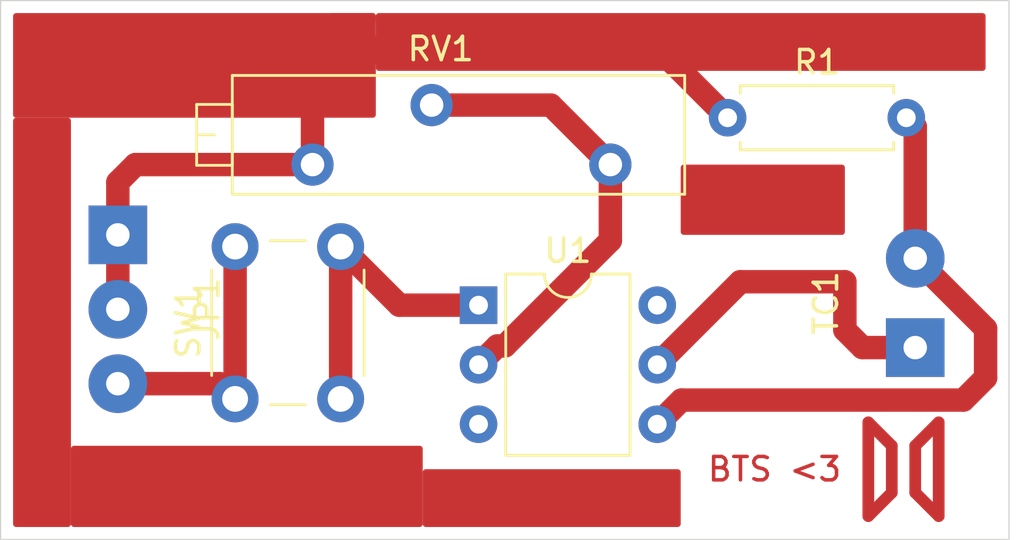
<source format=kicad_pcb>
(kicad_pcb (version 20171130) (host pcbnew "(5.1.4)-1")

  (general
    (thickness 1.6)
    (drawings 5)
    (tracks 45)
    (zones 0)
    (modules 6)
    (nets 9)
  )

  (page A4)
  (layers
    (0 F.Cu signal)
    (31 B.Cu signal)
    (32 B.Adhes user)
    (33 F.Adhes user)
    (34 B.Paste user)
    (35 F.Paste user)
    (36 B.SilkS user)
    (37 F.SilkS user)
    (38 B.Mask user)
    (39 F.Mask user)
    (40 Dwgs.User user)
    (41 Cmts.User user)
    (42 Eco1.User user)
    (43 Eco2.User user)
    (44 Edge.Cuts user)
    (45 Margin user)
    (46 B.CrtYd user)
    (47 F.CrtYd user)
    (48 B.Fab user)
    (49 F.Fab user)
  )

  (setup
    (last_trace_width 0.25)
    (user_trace_width 1)
    (trace_clearance 0.2)
    (zone_clearance 0.508)
    (zone_45_only no)
    (trace_min 0.2)
    (via_size 0.8)
    (via_drill 0.4)
    (via_min_size 0.4)
    (via_min_drill 0.3)
    (user_via 1.5 1)
    (uvia_size 0.3)
    (uvia_drill 0.1)
    (uvias_allowed no)
    (uvia_min_size 0.2)
    (uvia_min_drill 0.1)
    (edge_width 0.05)
    (segment_width 0.2)
    (pcb_text_width 0.3)
    (pcb_text_size 1.5 1.5)
    (mod_edge_width 0.12)
    (mod_text_size 1 1)
    (mod_text_width 0.15)
    (pad_size 1.524 1.524)
    (pad_drill 0.762)
    (pad_to_mask_clearance 0.051)
    (solder_mask_min_width 0.25)
    (aux_axis_origin 0 0)
    (visible_elements 7FFFFFFF)
    (pcbplotparams
      (layerselection 0x010fc_ffffffff)
      (usegerberextensions false)
      (usegerberattributes false)
      (usegerberadvancedattributes false)
      (creategerberjobfile false)
      (excludeedgelayer true)
      (linewidth 0.100000)
      (plotframeref false)
      (viasonmask false)
      (mode 1)
      (useauxorigin false)
      (hpglpennumber 1)
      (hpglpenspeed 20)
      (hpglpendiameter 15.000000)
      (psnegative false)
      (psa4output false)
      (plotreference true)
      (plotvalue true)
      (plotinvisibletext false)
      (padsonsilk false)
      (subtractmaskfromsilk false)
      (outputformat 1)
      (mirror false)
      (drillshape 1)
      (scaleselection 1)
      (outputdirectory ""))
  )

  (net 0 "")
  (net 1 GND)
  (net 2 "Net-(JP1-Pad3)")
  (net 3 "Net-(R1-Pad2)")
  (net 4 "Net-(RV1-Pad1)")
  (net 5 "Net-(TC1-Pad1)")
  (net 6 "Net-(U1-Pad6)")
  (net 7 "Net-(U1-Pad3)")
  (net 8 "Net-(SW1-Pad2)")

  (net_class Default "Esta es la clase de red por defecto."
    (clearance 0.2)
    (trace_width 0.25)
    (via_dia 0.8)
    (via_drill 0.4)
    (uvia_dia 0.3)
    (uvia_drill 0.1)
    (add_net GND)
    (add_net "Net-(JP1-Pad3)")
    (add_net "Net-(R1-Pad2)")
    (add_net "Net-(RV1-Pad1)")
    (add_net "Net-(SW1-Pad2)")
    (add_net "Net-(TC1-Pad1)")
    (add_net "Net-(U1-Pad3)")
    (add_net "Net-(U1-Pad6)")
  )

  (module Potentiometer_THT:Potentiometer_Bourns_3009P_Horizontal (layer F.Cu) (tedit 5A3D4994) (tstamp 5DC147B5)
    (at 133 97)
    (descr "Potentiometer, horizontal, Bourns 3009P, http://www.bourns.com/docs/Product-Datasheets/3009.pdf")
    (tags "Potentiometer horizontal Bourns 3009P")
    (path /5DC0A4E4)
    (fp_text reference RV1 (at -7.235 -4.935) (layer F.SilkS)
      (effects (font (size 1 1) (thickness 0.15)))
    )
    (fp_text value 10k (at -7.235 2.395) (layer F.Fab)
      (effects (font (size 1 1) (thickness 0.15)))
    )
    (fp_text user %R (at -6.475 -1.27) (layer F.Fab)
      (effects (font (size 1 1) (thickness 0.15)))
    )
    (fp_line (start 3.35 -3.95) (end -17.8 -3.95) (layer F.CrtYd) (width 0.05))
    (fp_line (start 3.35 1.4) (end 3.35 -3.95) (layer F.CrtYd) (width 0.05))
    (fp_line (start -17.8 1.4) (end 3.35 1.4) (layer F.CrtYd) (width 0.05))
    (fp_line (start -17.8 -3.95) (end -17.8 1.4) (layer F.CrtYd) (width 0.05))
    (fp_line (start -17.64 -1.27) (end -16.881 -1.27) (layer F.SilkS) (width 0.12))
    (fp_line (start -16.121 -2.569) (end -16.121 0.03) (layer F.SilkS) (width 0.12))
    (fp_line (start -17.64 -2.569) (end -17.64 0.03) (layer F.SilkS) (width 0.12))
    (fp_line (start -17.64 0.03) (end -16.121 0.03) (layer F.SilkS) (width 0.12))
    (fp_line (start -17.64 -2.569) (end -16.121 -2.569) (layer F.SilkS) (width 0.12))
    (fp_line (start 3.17 -3.805) (end 3.17 1.265) (layer F.SilkS) (width 0.12))
    (fp_line (start -16.12 -3.805) (end -16.12 1.265) (layer F.SilkS) (width 0.12))
    (fp_line (start -16.12 1.265) (end 3.17 1.265) (layer F.SilkS) (width 0.12))
    (fp_line (start -16.12 -3.805) (end 3.17 -3.805) (layer F.SilkS) (width 0.12))
    (fp_line (start -17.52 -1.27) (end -16.76 -1.27) (layer F.Fab) (width 0.1))
    (fp_line (start -16 -2.45) (end -17.52 -2.45) (layer F.Fab) (width 0.1))
    (fp_line (start -16 -0.09) (end -16 -2.45) (layer F.Fab) (width 0.1))
    (fp_line (start -17.52 -0.09) (end -16 -0.09) (layer F.Fab) (width 0.1))
    (fp_line (start -17.52 -2.45) (end -17.52 -0.09) (layer F.Fab) (width 0.1))
    (fp_line (start 3.05 -3.685) (end -16 -3.685) (layer F.Fab) (width 0.1))
    (fp_line (start 3.05 1.145) (end 3.05 -3.685) (layer F.Fab) (width 0.1))
    (fp_line (start -16 1.145) (end 3.05 1.145) (layer F.Fab) (width 0.1))
    (fp_line (start -16 -3.685) (end -16 1.145) (layer F.Fab) (width 0.1))
    (pad 3 thru_hole circle (at -12.7 0) (size 1.8 1.8) (drill 1) (layers *.Cu *.Mask)
      (net 1 GND))
    (pad 2 thru_hole circle (at -7.62 -2.54) (size 1.8 1.8) (drill 1) (layers *.Cu *.Mask)
      (net 4 "Net-(RV1-Pad1)"))
    (pad 1 thru_hole circle (at 0 0) (size 1.8 1.8) (drill 1) (layers *.Cu *.Mask)
      (net 4 "Net-(RV1-Pad1)"))
    (model ${KISYS3DMOD}/Potentiometer_THT.3dshapes/Potentiometer_Bourns_3009P_Horizontal.wrl
      (at (xyz 0 0 0))
      (scale (xyz 1 1 1))
      (rotate (xyz 0 0 0))
    )
  )

  (module Button_Switch_THT:SW_PUSH_6mm_H7.3mm (layer F.Cu) (tedit 5A02FE31) (tstamp 5DC187BE)
    (at 117 107 90)
    (descr "tactile push button, 6x6mm e.g. PHAP33xx series, height=7.3mm")
    (tags "tact sw push 6mm")
    (path /5DC0D23E)
    (fp_text reference SW1 (at 3.25 -2 90) (layer F.SilkS)
      (effects (font (size 1 1) (thickness 0.15)))
    )
    (fp_text value SW_Push (at 3.75 6.7 90) (layer F.Fab)
      (effects (font (size 1 1) (thickness 0.15)))
    )
    (fp_circle (center 3.25 2.25) (end 1.25 2.5) (layer F.Fab) (width 0.1))
    (fp_line (start 6.75 3) (end 6.75 1.5) (layer F.SilkS) (width 0.12))
    (fp_line (start 5.5 -1) (end 1 -1) (layer F.SilkS) (width 0.12))
    (fp_line (start -0.25 1.5) (end -0.25 3) (layer F.SilkS) (width 0.12))
    (fp_line (start 1 5.5) (end 5.5 5.5) (layer F.SilkS) (width 0.12))
    (fp_line (start 8 -1.25) (end 8 5.75) (layer F.CrtYd) (width 0.05))
    (fp_line (start 7.75 6) (end -1.25 6) (layer F.CrtYd) (width 0.05))
    (fp_line (start -1.5 5.75) (end -1.5 -1.25) (layer F.CrtYd) (width 0.05))
    (fp_line (start -1.25 -1.5) (end 7.75 -1.5) (layer F.CrtYd) (width 0.05))
    (fp_line (start -1.5 6) (end -1.25 6) (layer F.CrtYd) (width 0.05))
    (fp_line (start -1.5 5.75) (end -1.5 6) (layer F.CrtYd) (width 0.05))
    (fp_line (start -1.5 -1.5) (end -1.25 -1.5) (layer F.CrtYd) (width 0.05))
    (fp_line (start -1.5 -1.25) (end -1.5 -1.5) (layer F.CrtYd) (width 0.05))
    (fp_line (start 8 -1.5) (end 8 -1.25) (layer F.CrtYd) (width 0.05))
    (fp_line (start 7.75 -1.5) (end 8 -1.5) (layer F.CrtYd) (width 0.05))
    (fp_line (start 8 6) (end 8 5.75) (layer F.CrtYd) (width 0.05))
    (fp_line (start 7.75 6) (end 8 6) (layer F.CrtYd) (width 0.05))
    (fp_line (start 0.25 -0.75) (end 3.25 -0.75) (layer F.Fab) (width 0.1))
    (fp_line (start 0.25 5.25) (end 0.25 -0.75) (layer F.Fab) (width 0.1))
    (fp_line (start 6.25 5.25) (end 0.25 5.25) (layer F.Fab) (width 0.1))
    (fp_line (start 6.25 -0.75) (end 6.25 5.25) (layer F.Fab) (width 0.1))
    (fp_line (start 3.25 -0.75) (end 6.25 -0.75) (layer F.Fab) (width 0.1))
    (fp_text user %R (at 3.25 2.25 90) (layer F.Fab)
      (effects (font (size 1 1) (thickness 0.15)))
    )
    (pad 1 thru_hole circle (at 6.5 0 180) (size 2 2) (drill 1.1) (layers *.Cu *.Mask)
      (net 2 "Net-(JP1-Pad3)"))
    (pad 2 thru_hole circle (at 6.5 4.5 180) (size 2 2) (drill 1.1) (layers *.Cu *.Mask)
      (net 8 "Net-(SW1-Pad2)"))
    (pad 1 thru_hole circle (at 0 0 180) (size 2 2) (drill 1.1) (layers *.Cu *.Mask)
      (net 2 "Net-(JP1-Pad3)"))
    (pad 2 thru_hole circle (at 0 4.5 180) (size 2 2) (drill 1.1) (layers *.Cu *.Mask)
      (net 8 "Net-(SW1-Pad2)"))
    (model ${KISYS3DMOD}/Button_Switch_THT.3dshapes/SW_PUSH_6mm_H7.3mm.wrl
      (at (xyz 0 0 0))
      (scale (xyz 1 1 1))
      (rotate (xyz 0 0 0))
    )
  )

  (module Connector_Wire:SolderWirePad_1x02_P3.81mm_Drill1mm (layer F.Cu) (tedit 5AEE5F04) (tstamp 5DC147C0)
    (at 146 104.81 90)
    (descr "Wire solder connection")
    (tags connector)
    (path /5DC0DD6C)
    (attr virtual)
    (fp_text reference TC1 (at 1.905 -3.81 90) (layer F.SilkS)
      (effects (font (size 1 1) (thickness 0.15)))
    )
    (fp_text value Thermocouple_Block (at 1.905 3.81 90) (layer F.Fab)
      (effects (font (size 1 1) (thickness 0.15)))
    )
    (fp_line (start 5.56 1.75) (end -1.74 1.75) (layer F.CrtYd) (width 0.05))
    (fp_line (start 5.56 1.75) (end 5.56 -1.75) (layer F.CrtYd) (width 0.05))
    (fp_line (start -1.74 -1.75) (end -1.74 1.75) (layer F.CrtYd) (width 0.05))
    (fp_line (start -1.74 -1.75) (end 5.56 -1.75) (layer F.CrtYd) (width 0.05))
    (fp_text user %R (at 1.905 0 90) (layer F.Fab)
      (effects (font (size 1 1) (thickness 0.15)))
    )
    (pad 2 thru_hole circle (at 3.81 0 90) (size 2.49936 2.49936) (drill 1.00076) (layers *.Cu *.Mask)
      (net 3 "Net-(R1-Pad2)"))
    (pad 1 thru_hole rect (at 0 0 90) (size 2.49936 2.49936) (drill 1.00076) (layers *.Cu *.Mask)
      (net 5 "Net-(TC1-Pad1)"))
  )

  (module Connector_Wire:SolderWirePad_1x03_P3.175mm_Drill1mm (layer F.Cu) (tedit 5AEE5F67) (tstamp 5DC14780)
    (at 112 100 270)
    (descr "Wire solder connection")
    (tags connector)
    (path /5DC16F6B)
    (attr virtual)
    (fp_text reference JP1 (at 3.175 -3.81 90) (layer F.SilkS)
      (effects (font (size 1 1) (thickness 0.15)))
    )
    (fp_text value Jumper_3_Bridged12 (at 3.175 3.175 90) (layer F.Fab)
      (effects (font (size 1 1) (thickness 0.15)))
    )
    (fp_line (start 8.1 1.75) (end -1.74 1.75) (layer F.CrtYd) (width 0.05))
    (fp_line (start 8.1 1.75) (end 8.1 -1.75) (layer F.CrtYd) (width 0.05))
    (fp_line (start -1.74 -1.75) (end -1.74 1.75) (layer F.CrtYd) (width 0.05))
    (fp_line (start -1.74 -1.75) (end 8.1 -1.75) (layer F.CrtYd) (width 0.05))
    (fp_text user %R (at 3.175 0 90) (layer F.Fab)
      (effects (font (size 1 1) (thickness 0.15)))
    )
    (pad 3 thru_hole circle (at 6.35 0 270) (size 2.49936 2.49936) (drill 1.00076) (layers *.Cu *.Mask)
      (net 2 "Net-(JP1-Pad3)"))
    (pad 2 thru_hole circle (at 3.175 0 270) (size 2.49936 2.49936) (drill 1.00076) (layers *.Cu *.Mask)
      (net 1 GND))
    (pad 1 thru_hole rect (at 0 0 270) (size 2.49936 2.49936) (drill 1.00076) (layers *.Cu *.Mask)
      (net 1 GND))
  )

  (module Package_DIP:DIP-6_W7.62mm (layer F.Cu) (tedit 5A02E8C5) (tstamp 5DC147DA)
    (at 127.38 103)
    (descr "6-lead though-hole mounted DIP package, row spacing 7.62 mm (300 mils)")
    (tags "THT DIP DIL PDIP 2.54mm 7.62mm 300mil")
    (path /5DC08B9A)
    (fp_text reference U1 (at 3.81 -2.33) (layer F.SilkS)
      (effects (font (size 1 1) (thickness 0.15)))
    )
    (fp_text value 4N25 (at 3.81 7.41) (layer F.Fab)
      (effects (font (size 1 1) (thickness 0.15)))
    )
    (fp_text user %R (at 3.81 2.54) (layer F.Fab)
      (effects (font (size 1 1) (thickness 0.15)))
    )
    (fp_line (start 8.7 -1.55) (end -1.1 -1.55) (layer F.CrtYd) (width 0.05))
    (fp_line (start 8.7 6.6) (end 8.7 -1.55) (layer F.CrtYd) (width 0.05))
    (fp_line (start -1.1 6.6) (end 8.7 6.6) (layer F.CrtYd) (width 0.05))
    (fp_line (start -1.1 -1.55) (end -1.1 6.6) (layer F.CrtYd) (width 0.05))
    (fp_line (start 6.46 -1.33) (end 4.81 -1.33) (layer F.SilkS) (width 0.12))
    (fp_line (start 6.46 6.41) (end 6.46 -1.33) (layer F.SilkS) (width 0.12))
    (fp_line (start 1.16 6.41) (end 6.46 6.41) (layer F.SilkS) (width 0.12))
    (fp_line (start 1.16 -1.33) (end 1.16 6.41) (layer F.SilkS) (width 0.12))
    (fp_line (start 2.81 -1.33) (end 1.16 -1.33) (layer F.SilkS) (width 0.12))
    (fp_line (start 0.635 -0.27) (end 1.635 -1.27) (layer F.Fab) (width 0.1))
    (fp_line (start 0.635 6.35) (end 0.635 -0.27) (layer F.Fab) (width 0.1))
    (fp_line (start 6.985 6.35) (end 0.635 6.35) (layer F.Fab) (width 0.1))
    (fp_line (start 6.985 -1.27) (end 6.985 6.35) (layer F.Fab) (width 0.1))
    (fp_line (start 1.635 -1.27) (end 6.985 -1.27) (layer F.Fab) (width 0.1))
    (fp_arc (start 3.81 -1.33) (end 2.81 -1.33) (angle -180) (layer F.SilkS) (width 0.12))
    (pad 6 thru_hole oval (at 7.62 0) (size 1.6 1.6) (drill 0.8) (layers *.Cu *.Mask)
      (net 6 "Net-(U1-Pad6)"))
    (pad 3 thru_hole oval (at 0 5.08) (size 1.6 1.6) (drill 0.8) (layers *.Cu *.Mask)
      (net 7 "Net-(U1-Pad3)"))
    (pad 5 thru_hole oval (at 7.62 2.54) (size 1.6 1.6) (drill 0.8) (layers *.Cu *.Mask)
      (net 5 "Net-(TC1-Pad1)"))
    (pad 2 thru_hole oval (at 0 2.54) (size 1.6 1.6) (drill 0.8) (layers *.Cu *.Mask)
      (net 4 "Net-(RV1-Pad1)"))
    (pad 4 thru_hole oval (at 7.62 5.08) (size 1.6 1.6) (drill 0.8) (layers *.Cu *.Mask)
      (net 3 "Net-(R1-Pad2)"))
    (pad 1 thru_hole rect (at 0 0) (size 1.6 1.6) (drill 0.8) (layers *.Cu *.Mask)
      (net 8 "Net-(SW1-Pad2)"))
    (model ${KISYS3DMOD}/Package_DIP.3dshapes/DIP-6_W7.62mm.wrl
      (at (xyz 0 0 0))
      (scale (xyz 1 1 1))
      (rotate (xyz 0 0 0))
    )
  )

  (module Resistor_THT:R_Axial_DIN0207_L6.3mm_D2.5mm_P7.62mm_Horizontal (layer F.Cu) (tedit 5AE5139B) (tstamp 5DC14797)
    (at 138 95)
    (descr "Resistor, Axial_DIN0207 series, Axial, Horizontal, pin pitch=7.62mm, 0.25W = 1/4W, length*diameter=6.3*2.5mm^2, http://cdn-reichelt.de/documents/datenblatt/B400/1_4W%23YAG.pdf")
    (tags "Resistor Axial_DIN0207 series Axial Horizontal pin pitch 7.62mm 0.25W = 1/4W length 6.3mm diameter 2.5mm")
    (path /5DC0D482)
    (fp_text reference R1 (at 3.81 -2.37) (layer F.SilkS)
      (effects (font (size 1 1) (thickness 0.15)))
    )
    (fp_text value R (at 3.81 2.37) (layer F.Fab)
      (effects (font (size 1 1) (thickness 0.15)))
    )
    (fp_text user %R (at 3.81 0) (layer F.Fab)
      (effects (font (size 1 1) (thickness 0.15)))
    )
    (fp_line (start 8.67 -1.5) (end -1.05 -1.5) (layer F.CrtYd) (width 0.05))
    (fp_line (start 8.67 1.5) (end 8.67 -1.5) (layer F.CrtYd) (width 0.05))
    (fp_line (start -1.05 1.5) (end 8.67 1.5) (layer F.CrtYd) (width 0.05))
    (fp_line (start -1.05 -1.5) (end -1.05 1.5) (layer F.CrtYd) (width 0.05))
    (fp_line (start 7.08 1.37) (end 7.08 1.04) (layer F.SilkS) (width 0.12))
    (fp_line (start 0.54 1.37) (end 7.08 1.37) (layer F.SilkS) (width 0.12))
    (fp_line (start 0.54 1.04) (end 0.54 1.37) (layer F.SilkS) (width 0.12))
    (fp_line (start 7.08 -1.37) (end 7.08 -1.04) (layer F.SilkS) (width 0.12))
    (fp_line (start 0.54 -1.37) (end 7.08 -1.37) (layer F.SilkS) (width 0.12))
    (fp_line (start 0.54 -1.04) (end 0.54 -1.37) (layer F.SilkS) (width 0.12))
    (fp_line (start 7.62 0) (end 6.96 0) (layer F.Fab) (width 0.1))
    (fp_line (start 0 0) (end 0.66 0) (layer F.Fab) (width 0.1))
    (fp_line (start 6.96 -1.25) (end 0.66 -1.25) (layer F.Fab) (width 0.1))
    (fp_line (start 6.96 1.25) (end 6.96 -1.25) (layer F.Fab) (width 0.1))
    (fp_line (start 0.66 1.25) (end 6.96 1.25) (layer F.Fab) (width 0.1))
    (fp_line (start 0.66 -1.25) (end 0.66 1.25) (layer F.Fab) (width 0.1))
    (pad 2 thru_hole oval (at 7.62 0) (size 1.6 1.6) (drill 0.8) (layers *.Cu *.Mask)
      (net 3 "Net-(R1-Pad2)"))
    (pad 1 thru_hole circle (at 0 0) (size 1.6 1.6) (drill 0.8) (layers *.Cu *.Mask)
      (net 1 GND))
    (model ${KISYS3DMOD}/Resistor_THT.3dshapes/R_Axial_DIN0207_L6.3mm_D2.5mm_P7.62mm_Horizontal.wrl
      (at (xyz 0 0 0))
      (scale (xyz 1 1 1))
      (rotate (xyz 0 0 0))
    )
  )

  (gr_line (start 107 90) (end 150 90) (layer Edge.Cuts) (width 0.05) (tstamp 5DC18A4E))
  (gr_line (start 107 113) (end 107 90) (layer Edge.Cuts) (width 0.05))
  (gr_line (start 150 113) (end 150 90) (layer Edge.Cuts) (width 0.05))
  (gr_line (start 150 113) (end 107 113) (layer Edge.Cuts) (width 0.05))
  (gr_text "BTS <3" (at 140 110) (layer F.Cu)
    (effects (font (size 1 1) (thickness 0.15)))
  )

  (segment (start 145 109) (end 145 111) (width 0.5) (layer F.Cu) (net 0))
  (segment (start 145 111) (end 144 112) (width 0.5) (layer F.Cu) (net 0))
  (segment (start 144 112) (end 144 108) (width 0.5) (layer F.Cu) (net 0))
  (segment (start 144 108) (end 145 109) (width 0.5) (layer F.Cu) (net 0))
  (segment (start 147 108) (end 147 112) (width 0.5) (layer F.Cu) (net 0))
  (segment (start 146 111) (end 146 109) (width 0.5) (layer F.Cu) (net 0))
  (segment (start 147 112) (end 146 111) (width 0.5) (layer F.Cu) (net 0))
  (segment (start 146 109) (end 147 108) (width 0.5) (layer F.Cu) (net 0))
  (segment (start 119.74994 97) (end 120.3 97) (width 0.5) (layer F.Cu) (net 1))
  (segment (start 112 97.75032) (end 112.75032 97) (width 1) (layer F.Cu) (net 1))
  (segment (start 112 100) (end 112 97.75032) (width 1) (layer F.Cu) (net 1))
  (segment (start 112.75032 97) (end 120.3 97) (width 1) (layer F.Cu) (net 1))
  (segment (start 112 103.175) (end 112 100) (width 1) (layer F.Cu) (net 1))
  (segment (start 120.3 97) (end 120.3 94.7) (width 1) (layer F.Cu) (net 1))
  (segment (start 120.3 94.7) (end 123 92) (width 1) (layer F.Cu) (net 1))
  (segment (start 135 92) (end 138 95) (width 1) (layer F.Cu) (net 1))
  (segment (start 123 92) (end 135 92) (width 1) (layer F.Cu) (net 1))
  (segment (start 112.65 107) (end 112 106.35) (width 0.5) (layer F.Cu) (net 2))
  (segment (start 117 107) (end 117 100.5) (width 1) (layer F.Cu) (net 2))
  (segment (start 116.35 106.35) (end 117 107) (width 1) (layer F.Cu) (net 2))
  (segment (start 112 106.35) (end 116.35 106.35) (width 1) (layer F.Cu) (net 2))
  (segment (start 145.62 100.62) (end 146 101) (width 0.5) (layer F.Cu) (net 3))
  (segment (start 146 95.38) (end 145.62 95) (width 1) (layer F.Cu) (net 3))
  (segment (start 146 101) (end 146 95.38) (width 1) (layer F.Cu) (net 3))
  (segment (start 136.03001 107.04999) (end 148.04999 107.04999) (width 1) (layer F.Cu) (net 3))
  (segment (start 135 108.08) (end 136.03001 107.04999) (width 1) (layer F.Cu) (net 3))
  (segment (start 148.04999 107.04999) (end 149 106.09998) (width 1) (layer F.Cu) (net 3))
  (segment (start 149 104) (end 146 101) (width 1) (layer F.Cu) (net 3))
  (segment (start 149 106.09998) (end 149 104) (width 1) (layer F.Cu) (net 3))
  (segment (start 130.46 94.46) (end 133 97) (width 1) (layer F.Cu) (net 4))
  (segment (start 125.38 94.46) (end 130.46 94.46) (width 1) (layer F.Cu) (net 4))
  (segment (start 133 100.240002) (end 133 98.272792) (width 1) (layer F.Cu) (net 4))
  (segment (start 128.500001 104.740001) (end 133 100.240002) (width 1) (layer F.Cu) (net 4))
  (segment (start 133 98.272792) (end 133 97) (width 1) (layer F.Cu) (net 4))
  (segment (start 128.179999 104.740001) (end 128.500001 104.740001) (width 1) (layer F.Cu) (net 4))
  (segment (start 127.38 105.54) (end 128.179999 104.740001) (width 1) (layer F.Cu) (net 4))
  (segment (start 145.27 105.54) (end 146 104.81) (width 0.5) (layer F.Cu) (net 5))
  (segment (start 135 105.54) (end 138.54 102) (width 1) (layer F.Cu) (net 5))
  (segment (start 138.54 102) (end 143 102) (width 1) (layer F.Cu) (net 5))
  (segment (start 143.75032 104.81) (end 146 104.81) (width 1) (layer F.Cu) (net 5))
  (segment (start 143 104.05968) (end 143.75032 104.81) (width 1) (layer F.Cu) (net 5))
  (segment (start 143 102) (end 143 104.05968) (width 1) (layer F.Cu) (net 5))
  (segment (start 124 103) (end 121.5 100.5) (width 1) (layer F.Cu) (net 8))
  (segment (start 127.38 103) (end 124 103) (width 1) (layer F.Cu) (net 8))
  (segment (start 121.5 107) (end 121.5 100.5) (width 1) (layer F.Cu) (net 8))

  (zone (net 0) (net_name "") (layer F.Cu) (tstamp 0) (hatch edge 0.508)
    (connect_pads (clearance 0.508))
    (min_thickness 0.254)
    (fill yes (arc_segments 32) (thermal_gap 0.508) (thermal_bridge_width 0.508))
    (polygon
      (pts
        (xy 143 100) (xy 136 100) (xy 136 97) (xy 143 97)
      )
    )
    (filled_polygon
      (pts
        (xy 142.873 99.873) (xy 136.127 99.873) (xy 136.127 97.127) (xy 142.873 97.127)
      )
    )
  )
  (zone (net 1) (net_name GND) (layer F.Cu) (tstamp 0) (hatch edge 0.508)
    (connect_pads (clearance 0.508))
    (min_thickness 0.254)
    (fill yes (arc_segments 32) (thermal_gap 0.508) (thermal_bridge_width 0.508))
    (polygon
      (pts
        (xy 149 93) (xy 149 90) (xy 123 90) (xy 123 93) (xy 150 93)
        (xy 150 90) (xy 149 90)
      )
    )
    (filled_polygon
      (pts
        (xy 148.873 92.873) (xy 123.127 92.873) (xy 123.127 90.66) (xy 148.873 90.66)
      )
    )
  )
  (zone (net 1) (net_name GND) (layer F.Cu) (tstamp 0) (hatch edge 0.508)
    (connect_pads (clearance 0.508))
    (min_thickness 0.254)
    (fill yes (arc_segments 32) (thermal_gap 0.508) (thermal_bridge_width 0.508))
    (polygon
      (pts
        (xy 123 91) (xy 121 91) (xy 121 90) (xy 123 90)
      )
    )
    (filled_polygon
      (pts
        (xy 122.873 90.873) (xy 121.127 90.873) (xy 121.127 90.66) (xy 122.873 90.66)
      )
    )
  )
  (zone (net 1) (net_name GND) (layer F.Cu) (tstamp 0) (hatch edge 0.508)
    (connect_pads (clearance 0.508))
    (min_thickness 0.254)
    (fill yes (arc_segments 32) (thermal_gap 0.508) (thermal_bridge_width 0.508))
    (polygon
      (pts
        (xy 148 93) (xy 148 99) (xy 150 99) (xy 150 93)
      )
    )
  )
  (zone (net 1) (net_name GND) (layer F.Cu) (tstamp 0) (hatch edge 0.508)
    (connect_pads (clearance 0.508))
    (min_thickness 0.254)
    (fill yes (arc_segments 32) (thermal_gap 0.508) (thermal_bridge_width 0.508))
    (polygon
      (pts
        (xy 123 93) (xy 123 95) (xy 117 95) (xy 107 95) (xy 107 90)
        (xy 123 90) (xy 123 95) (xy 123 91) (xy 123 95)
      )
    )
    (filled_polygon
      (pts
        (xy 122.873 94.873) (xy 107.66 94.873) (xy 107.66 90.66) (xy 122.873 90.66)
      )
    )
  )
  (zone (net 1) (net_name GND) (layer F.Cu) (tstamp 0) (hatch edge 0.508)
    (connect_pads (clearance 0.508))
    (min_thickness 0.254)
    (fill yes (arc_segments 32) (thermal_gap 0.508) (thermal_bridge_width 0.508))
    (polygon
      (pts
        (xy 107 95) (xy 110 95) (xy 110 113) (xy 107 113)
      )
    )
    (filled_polygon
      (pts
        (xy 109.873 112.34) (xy 107.66 112.34) (xy 107.66 95.127) (xy 109.873 95.127)
      )
    )
  )
  (zone (net 1) (net_name GND) (layer F.Cu) (tstamp 0) (hatch edge 0.508)
    (connect_pads (clearance 0.508))
    (min_thickness 0.254)
    (fill yes (arc_segments 32) (thermal_gap 0.508) (thermal_bridge_width 0.508))
    (polygon
      (pts
        (xy 110 109) (xy 125 109) (xy 125 113) (xy 110 113)
      )
    )
    (filled_polygon
      (pts
        (xy 124.873 112.34) (xy 110.127 112.34) (xy 110.127 109.127) (xy 124.873 109.127)
      )
    )
  )
  (zone (net 1) (net_name GND) (layer F.Cu) (tstamp 0) (hatch edge 0.508)
    (connect_pads (clearance 0.508))
    (min_thickness 0.254)
    (fill yes (arc_segments 32) (thermal_gap 0.508) (thermal_bridge_width 0.508))
    (polygon
      (pts
        (xy 125 110) (xy 136 110) (xy 136 113) (xy 125 113)
      )
    )
    (filled_polygon
      (pts
        (xy 135.873 112.34) (xy 125.127 112.34) (xy 125.127 110.127) (xy 135.873 110.127)
      )
    )
  )
)

</source>
